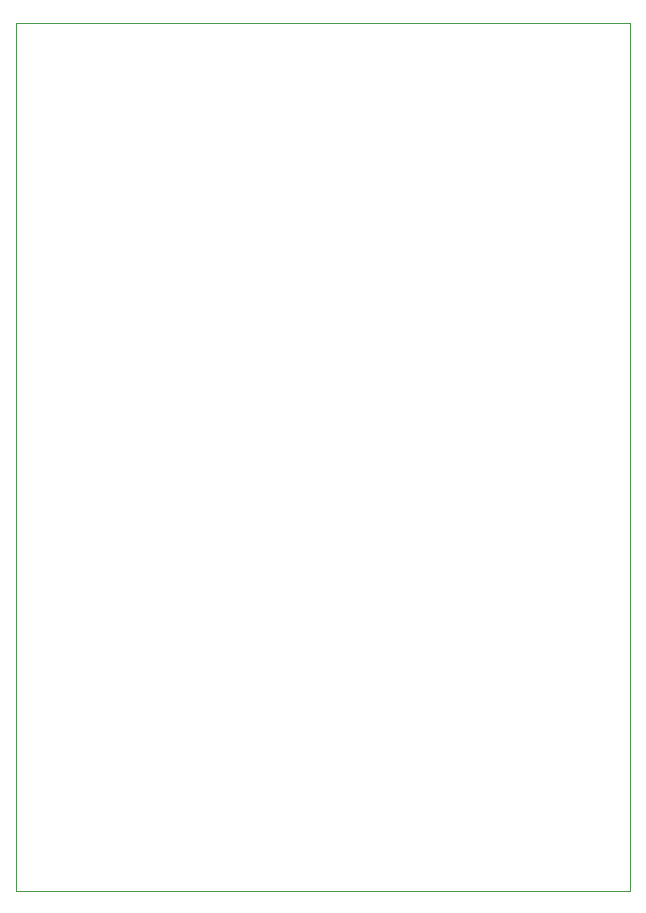
<source format=gbr>
%TF.GenerationSoftware,KiCad,Pcbnew,(6.0.4)*%
%TF.CreationDate,2022-04-28T19:14:27+02:00*%
%TF.ProjectId,MSK_RF,4d534b5f-5246-42e6-9b69-6361645f7063,rev?*%
%TF.SameCoordinates,Original*%
%TF.FileFunction,Profile,NP*%
%FSLAX46Y46*%
G04 Gerber Fmt 4.6, Leading zero omitted, Abs format (unit mm)*
G04 Created by KiCad (PCBNEW (6.0.4)) date 2022-04-28 19:14:27*
%MOMM*%
%LPD*%
G01*
G04 APERTURE LIST*
%TA.AperFunction,Profile*%
%ADD10C,0.100000*%
%TD*%
G04 APERTURE END LIST*
D10*
X89500000Y-72250000D02*
X89000000Y-72250000D01*
X89000000Y-72250000D02*
X38000000Y-72250000D01*
X37500000Y-72250000D02*
X37500000Y-145750000D01*
X89500000Y-145750000D02*
X89500000Y-72250000D01*
X89500000Y-145750000D02*
X89000000Y-145750000D01*
X38000000Y-145750000D02*
X37500000Y-145750000D01*
X38000000Y-72250000D02*
X37500000Y-72250000D01*
X38000000Y-145750000D02*
X89000000Y-145750000D01*
M02*

</source>
